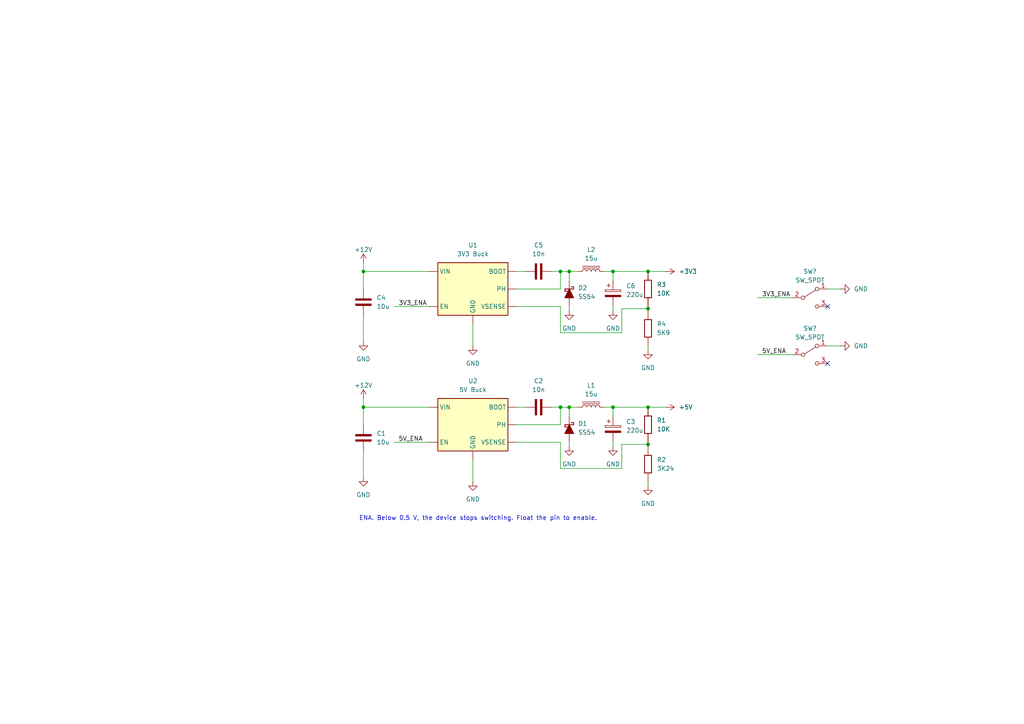
<source format=kicad_sch>
(kicad_sch (version 20230121) (generator eeschema)
  (paper "A4")
  (lib_symbols
    (symbol "Switch:SW_SPDT" (pin_names (offset 0) hide)
      (property "Reference" "SW" (at 0 4.318 0))
      (property "Value" "SW_SPDT" (at 0 -5.08 0))
      (symbol "SW_SPDT_0_0"
        (circle (center -2.032 0) (radius 0.508))
        (circle (center 2.032 -2.54) (radius 0.508))
      )
      (symbol "SW_SPDT_0_1"
        (polyline (pts (xy -1.524 0.254) (xy 1.651 2.286)))
        (circle (center 2.032 2.54) (radius 0.508))
      )
      (symbol "SW_SPDT_1_1"
        (pin passive line (at 5.08 2.54 180) (length 2.54) (name "A") (number "1"))
        (pin passive line (at -5.08 0 0) (length 2.54) (name "B") (number "2"))
        (pin passive line (at 5.08 -2.54 180) (length 2.54) (name "C") (number "3"))
      )
    )
    (symbol "power:+12V" (power) (pin_names (offset 0))
      (property "Value" "+12V" (at 0 3.556 0))
      (symbol "+12V_0_1"
        (polyline (pts (xy -0.762 1.27) (xy 0 2.54)))
        (polyline (pts (xy 0 0) (xy 0 2.54)))
        (polyline (pts (xy 0 2.54) (xy 0.762 1.27)))
      )
      (symbol "+12V_1_1"
        (pin power_in line (at 0 0 90) (length 0) hide (name "+12V") (number "1"))
      )
    )
    (symbol "power:+3V3" (power) (pin_names (offset 0))
      (property "Value" "+3V3" (at 0 3.556 0))
      (symbol "+3V3_0_1"
        (polyline (pts (xy -0.762 1.27) (xy 0 2.54)))
        (polyline (pts (xy 0 0) (xy 0 2.54)))
        (polyline (pts (xy 0 2.54) (xy 0.762 1.27)))
      )
      (symbol "+3V3_1_1"
        (pin power_in line (at 0 0 90) (length 0) hide (name "+3V3") (number "1"))
      )
    )
    (symbol "power:+5V" (power) (pin_names (offset 0))
      (property "Value" "+5V" (at 0 3.556 0))
      (symbol "+5V_0_1"
        (polyline (pts (xy -0.762 1.27) (xy 0 2.54)))
        (polyline (pts (xy 0 0) (xy 0 2.54)))
        (polyline (pts (xy 0 2.54) (xy 0.762 1.27)))
      )
      (symbol "+5V_1_1"
        (pin power_in line (at 0 0 90) (length 0) hide (name "+5V") (number "1"))
      )
    )
    (symbol "power:GND" (power) (pin_names (offset 0))
      (property "Value" "GND" (at 0 -3.81 0))
      (symbol "GND_0_1"
        (polyline (pts (xy 0 0) (xy 0 -1.27) (xy 1.27 -1.27) (xy 0 -2.54) (xy -1.27 -1.27) (xy 0 -1.27)))
      )
      (symbol "GND_1_1"
        (pin power_in line (at 0 0 270) (length 0) hide (name "GND") (number "1"))
      )
    )
    (symbol "vincent:C" (pin_numbers hide) (pin_names hide)
      (property "Reference" "C" (at 0 3.81 0))
      (property "Value" "C" (at 0 -3.81 0))
      (symbol "C_1_1"
        (rectangle (start -1.016 2.286) (end -0.508 -2.286) (fill (type outline)))
        (rectangle (start 0.508 2.286) (end 1.016 -2.286) (fill (type outline)))
        (pin passive line (at -3.81 0 0) (length 2.8) (name "~") (number "1"))
        (pin passive line (at 3.81 0 180) (length 2.8) (name "~") (number "2"))
      )
    )
    (symbol "vincent:C_Polarized"
      (property "Reference" "C" (at 0 3.81 0))
      (property "Value" "C_Polarized" (at 0 -3.81 0))
      (symbol "C_Polarized_0_1"
        (rectangle (start -1.016 2.286) (end -0.508 -2.286))
        (polyline (pts (xy -2.794 -1.27) (xy -1.778 -1.27)))
        (polyline (pts (xy -2.286 -1.778) (xy -2.286 -0.762)))
        (rectangle (start 0.508 2.286) (end 1.016 -2.286) (fill (type outline)))
      )
      (symbol "C_Polarized_1_1"
        (pin passive line (at -3.81 0 0) (length 2.8) (name "~") (number "1"))
        (pin passive line (at 3.81 0 180) (length 2.8) (name "~") (number "2"))
      )
    )
    (symbol "vincent:D_Schotty" (pin_numbers hide) (pin_names hide)
      (property "Reference" "D" (at 0 2.54 0))
      (property "Value" "D_Schotty" (at 0 -2.54 0))
      (symbol "D_Schotty_0_1"
        (polyline (pts (xy 1.27 0) (xy -1.27 0)))
        (polyline (pts (xy 1.27 1.27) (xy 1.27 -1.27) (xy -1.27 0) (xy 1.27 1.27)) (stroke (width 0.254)) (fill (type outline)))
        (polyline (pts (xy -1.905 0.635) (xy -1.905 1.27) (xy -1.27 1.27) (xy -1.27 -1.27) (xy -0.635 -1.27) (xy -0.635 -0.635)) (stroke (width 0.254)))
      )
      (symbol "D_Schotty_1_1"
        (pin passive line (at -3.81 0 0) (length 2.54) (name "~") (number "1"))
        (pin passive line (at 3.81 0 180) (length 2.54) (name "~") (number "2"))
      )
    )
    (symbol "vincent:L_Iron" (pin_numbers hide) (pin_names (offset 1.016) hide)
      (property "Reference" "L" (at -1.27 0 90))
      (property "Value" "L_Iron" (at 2.794 0 90))
      (symbol "L_Iron_0_1"
        (arc (start 0 -2.54) (mid 0.6323 -1.905) (end 0 -1.27))
        (arc (start 0 -1.27) (mid 0.6323 -0.635) (end 0 0))
        (polyline (pts (xy 1.016 2.54) (xy 1.016 -2.54)))
        (polyline (pts (xy 1.524 -2.54) (xy 1.524 2.54)))
        (arc (start 0 0) (mid 0.6323 0.635) (end 0 1.27))
        (arc (start 0 1.27) (mid 0.6323 1.905) (end 0 2.54))
      )
      (symbol "L_Iron_1_1"
        (pin passive line (at 0 3.81 270) (length 1.27) (name "1") (number "1"))
        (pin passive line (at 0 -3.81 90) (length 1.27) (name "2") (number "2"))
      )
    )
    (symbol "vincent:R" (pin_numbers hide) (pin_names hide)
      (property "Reference" "R" (at 0 2.54 0))
      (property "Value" "Resistor" (at 0 -2.54 0))
      (symbol "R_0_1"
        (rectangle (start 2.54 -1.016) (end -2.54 1.016) (stroke (width 0.254)))
      )
      (symbol "R_1_1"
        (pin passive line (at -5.08 0 0) (length 2.54) (name "~") (number "1"))
        (pin passive line (at 5.08 0 180) (length 2.54) (name "~") (number "2"))
      )
    )
    (symbol "vincent:TPS5430" (pin_numbers hide)
      (property "Reference" "U" (at -8.89 6.35 0))
      (property "Value" "TPS5430" (at -6.35 -11.43 0))
      (symbol "TPS5430_0_1"
        (rectangle (start -10.16 5.08) (end 10.16 -10.16) (stroke (width 0.254)) (fill (type background)))
      )
      (symbol "TPS5430_1_1"
        (pin input line (at 12.7 2.54 180) (length 2.54) (name "BOOT") (number "1"))
        (pin no_connect line (at -10.16 0 0) (length 2.54) hide (name "NC") (number "2"))
        (pin no_connect line (at -10.16 -5.08 0) (length 2.54) hide (name "NC") (number "3"))
        (pin input line (at 12.7 -7.62 180) (length 2.54) (name "VSENSE") (number "4"))
        (pin input line (at -12.7 -7.62 0) (length 2.54) (name "EN") (number "5"))
        (pin power_in line (at 0 -12.7 90) (length 2.54) (name "GND") (number "6,9"))
        (pin power_in line (at -12.7 2.54 0) (length 2.54) (name "VIN") (number "7"))
        (pin output line (at 12.7 -2.54 180) (length 2.54) (name "PH") (number "8"))
      )
    )
  )
  (junction (at 162.56 78.74))
  (junction (at 165.1 78.74))
  (junction (at 105.41 78.74))
  (junction (at 187.96 89.535))
  (junction (at 177.8 78.74))
  (junction (at 187.96 118.11))
  (junction (at 162.56 118.11))
  (junction (at 187.96 128.905))
  (junction (at 187.96 78.74))
  (junction (at 165.1 118.11))
  (junction (at 177.8 118.11))
  (junction (at 105.41 118.11))
  (no_connect (at 240.03 105.41))
  (no_connect (at 240.03 88.9))
  (wire (pts (xy 114.3 128.27) (xy 124.46 128.27)))
  (wire (pts (xy 187.96 89.535) (xy 187.96 90.17)))
  (wire (pts (xy 137.16 100.33) (xy 137.16 93.98)))
  (wire (pts (xy 105.41 118.11) (xy 124.46 118.11)))
  (wire (pts (xy 165.1 128.27) (xy 165.1 129.54)))
  (wire (pts (xy 187.96 118.11) (xy 193.04 118.11)))
  (wire (pts (xy 165.1 78.74) (xy 167.64 78.74)))
  (wire (pts (xy 160.02 118.11) (xy 162.56 118.11)))
  (wire (pts (xy 105.41 118.11) (xy 105.41 115.57)))
  (wire (pts (xy 165.1 118.11) (xy 165.1 120.65)))
  (wire (pts (xy 180.34 128.905) (xy 187.96 128.905)))
  (wire (pts (xy 105.41 91.44) (xy 105.41 99.06)))
  (wire (pts (xy 177.8 88.9) (xy 177.8 90.17)))
  (wire (pts (xy 177.8 78.74) (xy 177.8 81.28)))
  (wire (pts (xy 165.1 78.74) (xy 165.1 81.28)))
  (wire (pts (xy 162.56 78.74) (xy 165.1 78.74)))
  (wire (pts (xy 162.56 118.11) (xy 162.56 123.19)))
  (wire (pts (xy 175.26 78.74) (xy 177.8 78.74)))
  (wire (pts (xy 162.56 123.19) (xy 149.86 123.19)))
  (wire (pts (xy 162.56 83.82) (xy 149.86 83.82)))
  (wire (pts (xy 187.96 78.74) (xy 193.04 78.74)))
  (wire (pts (xy 105.41 78.74) (xy 124.46 78.74)))
  (wire (pts (xy 180.34 96.52) (xy 180.34 89.535)))
  (wire (pts (xy 175.26 118.11) (xy 177.8 118.11)))
  (wire (pts (xy 162.56 88.9) (xy 162.56 96.52)))
  (wire (pts (xy 187.96 100.33) (xy 187.96 101.6)))
  (wire (pts (xy 149.86 128.27) (xy 162.56 128.27)))
  (wire (pts (xy 105.41 78.74) (xy 105.41 76.2)))
  (wire (pts (xy 137.16 139.7) (xy 137.16 133.35)))
  (wire (pts (xy 105.41 118.11) (xy 105.41 123.19)))
  (wire (pts (xy 105.41 78.74) (xy 105.41 83.82)))
  (wire (pts (xy 187.96 128.905) (xy 187.96 129.54)))
  (wire (pts (xy 177.8 78.74) (xy 187.96 78.74)))
  (wire (pts (xy 187.96 128.905) (xy 187.96 128.27)))
  (wire (pts (xy 177.8 118.11) (xy 187.96 118.11)))
  (wire (pts (xy 149.86 118.11) (xy 152.4 118.11)))
  (wire (pts (xy 165.1 118.11) (xy 167.64 118.11)))
  (wire (pts (xy 240.03 83.82) (xy 243.84 83.82)))
  (wire (pts (xy 219.71 86.36) (xy 229.87 86.36)))
  (wire (pts (xy 187.96 89.535) (xy 187.96 88.9)))
  (wire (pts (xy 105.41 130.81) (xy 105.41 138.43)))
  (wire (pts (xy 187.96 139.7) (xy 187.96 140.97)))
  (wire (pts (xy 149.86 78.74) (xy 152.4 78.74)))
  (wire (pts (xy 165.1 88.9) (xy 165.1 90.17)))
  (wire (pts (xy 240.03 100.33) (xy 243.84 100.33)))
  (wire (pts (xy 149.86 88.9) (xy 162.56 88.9)))
  (wire (pts (xy 162.56 135.89) (xy 180.34 135.89)))
  (wire (pts (xy 114.3 88.9) (xy 124.46 88.9)))
  (wire (pts (xy 180.34 135.89) (xy 180.34 128.905)))
  (wire (pts (xy 162.56 118.11) (xy 165.1 118.11)))
  (wire (pts (xy 162.56 96.52) (xy 180.34 96.52)))
  (wire (pts (xy 177.8 118.11) (xy 177.8 120.65)))
  (wire (pts (xy 177.8 128.27) (xy 177.8 129.54)))
  (wire (pts (xy 162.56 128.27) (xy 162.56 135.89)))
  (wire (pts (xy 160.02 78.74) (xy 162.56 78.74)))
  (wire (pts (xy 180.34 89.535) (xy 187.96 89.535)))
  (wire (pts (xy 219.71 102.87) (xy 229.87 102.87)))
  (wire (pts (xy 162.56 78.74) (xy 162.56 83.82)))
  (text "ENA. Below 0.5 V, the device stops switching. Float the pin to enable." (at 104.14 151.13 0) (effects (font (size 1.27 1.27)) (justify left bottom)))
  (label "3V3_ENA" (at 220.98 86.36 0))
  (label "5V_ENA" (at 115.57 128.27 0))
  (label "5V_ENA" (at 220.98 102.87 0))
  (label "3V3_ENA" (at 115.57 88.9 0))
  (symbol (lib_id "Switch:SW_SPDT") (at 234.95 86.36 0) (unit 1)
    (property "Reference" "SW?" (at 234.95 78.74 0))
    (property "Value" "SW_SPDT" (at 234.95 81.28 0))
  )
  (symbol (lib_id "power:GND") (at 187.96 140.97 0) (unit 1)
    (property "Reference" "#PWR053" (effects hide))
    (property "Value" "GND" (at 187.96 146.05 0))
    (instances (project "2024l1" (path "" (reference "#PWR053") (unit 1)) (path "" (reference "#PWR052") (unit 1))) (project "2023l1-int" (path "" (reference "#PWR034") (unit 1))) (project "buck" (path "" (reference "#PWR06") (unit 1))))
  )
  (symbol (lib_id "power:+5V") (at 193.04 118.11 270) (unit 1)
    (property "Reference" "#PWR054" (effects hide))
    (property "Value" "+5V" (at 196.85 118.1099 90) (effects (justify left)))
  )
  (symbol (lib_id "vincent:R") (at 187.96 83.82 90) (unit 1)
    (property "Reference" "R3" (at 190.5 82.5499 90) (effects (justify right)))
    (property "Value" "10K" (at 190.5 85.0899 90) (effects (justify right)))
    (instances (project "2024l1" (path "" (reference "R3") (unit 1)) (path "" (reference "R?") (unit 1))))
  )
  (symbol (lib_id "power:GND") (at 165.1 129.54 0) (unit 1)
    (property "Reference" "#PWR046" (effects hide))
    (property "Value" "GND" (at 165.1 134.62 0))
    (instances (project "2024l1" (path "" (reference "#PWR046") (unit 1)) (path "" (reference "#PWR048") (unit 1))) (project "2023l1-int" (path "" (reference "#PWR031") (unit 1))) (project "buck" (path "" (reference "#PWR03") (unit 1))))
  )
  (symbol (lib_id "power:+12V") (at 105.41 115.57 0) (unit 1)
    (property "Reference" "#PWR043" (effects hide))
    (property "Value" "+12V" (at 105.41 111.76 0))
    (instances (project "2024l1" (path "" (reference "#PWR043") (unit 1)) (path "" (reference "#PWR043") (unit 1))) (project "2023l1-int" (path "" (reference "#PWR024") (unit 1))) (project "buck" (path "" (reference "#PWR01") (unit 1))))
  )
  (symbol (lib_id "power:GND") (at 187.96 101.6 0) (unit 1)
    (property "Reference" "#PWR042" (effects hide))
    (property "Value" "GND" (at 187.96 106.68 0))
    (instances (project "2024l1" (path "" (reference "#PWR042") (unit 1)) (path "" (reference "#PWR051") (unit 1))) (project "2023l1-int" (path "" (reference "#PWR034") (unit 1))) (project "buck" (path "" (reference "#PWR06") (unit 1))))
  )
  (symbol (lib_id "vincent:R") (at 187.96 134.62 90) (unit 1)
    (property "Reference" "R2" (at 190.5 133.3499 90) (effects (justify right)))
    (property "Value" "3K24" (at 190.5 135.8899 90) (effects (justify right)))
    (instances (project "2024l1" (path "" (reference "R2") (unit 1)) (path "" (reference "R?") (unit 1))))
  )
  (symbol (lib_id "vincent:D_Schotty") (at 165.1 85.09 270) (unit 1)
    (property "Reference" "D2" (at 167.64 83.5024 90) (effects (justify left)))
    (property "Value" "SS54" (at 167.64 86.0424 90) (effects (justify left)))
    (instances (project "2024l1" (path "" (reference "D2") (unit 1)) (path "" (reference "D?") (unit 1))))
  )
  (symbol (lib_id "power:GND") (at 177.8 90.17 0) (unit 1)
    (property "Reference" "#PWR052" (effects hide))
    (property "Value" "GND" (at 177.8 95.25 0))
    (instances (project "2024l1" (path "" (reference "#PWR052") (unit 1)) (path "" (reference "#PWR049") (unit 1))) (project "2023l1-int" (path "" (reference "#PWR032") (unit 1))) (project "buck" (path "" (reference "#PWR04") (unit 1))))
  )
  (symbol (lib_id "power:+12V") (at 105.41 76.2 0) (unit 1)
    (property "Reference" "#PWR048" (effects hide))
    (property "Value" "+12V" (at 105.41 72.39 0))
    (instances (project "2024l1" (path "" (reference "#PWR048") (unit 1)) (path "" (reference "#PWR041") (unit 1))) (project "2023l1-int" (path "" (reference "#PWR024") (unit 1))) (project "buck" (path "" (reference "#PWR01") (unit 1))))
  )
  (symbol (lib_id "power:GND") (at 243.84 100.33 90) (unit 1)
    (property "Reference" "#PWR078" (effects hide))
    (property "Value" "GND" (at 247.65 100.3299 90) (effects (justify right)))
  )
  (symbol (lib_id "vincent:L_Iron") (at 171.45 78.74 90) (unit 1)
    (property "Reference" "L2" (at 171.45 72.39 90))
    (property "Value" "15u" (at 171.45 74.93 90))
    (instances (project "2024l1" (path "" (reference "L2") (unit 1)) (path "" (reference "L?") (unit 1))))
  )
  (symbol (lib_id "vincent:R") (at 187.96 95.25 90) (unit 1)
    (property "Reference" "R4" (at 190.5 93.9799 90) (effects (justify right)))
    (property "Value" "5K9" (at 190.5 96.5199 90) (effects (justify right)))
    (instances (project "2024l1" (path "" (reference "R4") (unit 1)) (path "" (reference "R?") (unit 1))))
  )
  (symbol (lib_id "vincent:L_Iron") (at 171.45 118.11 90) (unit 1)
    (property "Reference" "L1" (at 171.45 111.76 90))
    (property "Value" "15u" (at 171.45 114.3 90))
    (instances (project "2024l1" (path "" (reference "L1") (unit 1)) (path "" (reference "L?") (unit 1))))
  )
  (symbol (lib_id "vincent:C") (at 156.21 78.74 0) (unit 1)
    (property "Reference" "C5" (at 156.21 71.12 0))
    (property "Value" "10n" (at 156.21 73.66 0))
    (instances (project "2024l1" (path "" (reference "C5") (unit 1)) (path "" (reference "C?") (unit 1))))
  )
  (symbol (lib_id "vincent:TPS5430") (at 137.16 81.28 0) (unit 1)
    (property "Reference" "U1" (at 137.16 71.12 0))
    (property "Value" "3V3 Buck" (at 137.16 73.66 0))
    (instances (project "2024l1" (path "" (reference "U1") (unit 1)) (path "" (reference "U?") (unit 1))))
  )
  (symbol (lib_id "vincent:C") (at 105.41 127 90) (unit 1)
    (property "Reference" "C1" (at 109.22 125.7299 90) (effects (justify right)))
    (property "Value" "10u" (at 109.22 128.2699 90) (effects (justify right)))
    (instances (project "2024l1" (path "" (reference "C1") (unit 1)) (path "" (reference "C?") (unit 1))))
  )
  (symbol (lib_id "vincent:C") (at 105.41 87.63 90) (unit 1)
    (property "Reference" "C4" (at 109.22 86.3599 90) (effects (justify right)))
    (property "Value" "10u" (at 109.22 88.8999 90) (effects (justify right)))
    (instances (project "2024l1" (path "" (reference "C4") (unit 1)) (path "" (reference "C?") (unit 1))))
  )
  (symbol (lib_id "power:GND") (at 105.41 99.06 0) (unit 1)
    (property "Reference" "#PWR049" (effects hide))
    (property "Value" "GND" (at 105.41 104.14 0))
    (instances (project "2024l1" (path "" (reference "#PWR049") (unit 1)) (path "" (reference "#PWR042") (unit 1))) (project "2023l1-int" (path "" (reference "#PWR033") (unit 1))) (project "buck" (path "" (reference "#PWR05") (unit 1))))
  )
  (symbol (lib_id "vincent:C_Polarized") (at 177.8 85.09 270) (unit 1)
    (property "Reference" "C6" (at 181.61 82.9309 90) (effects (justify left)))
    (property "Value" "220u" (at 181.61 85.4709 90) (effects (justify left)))
    (instances (project "2024l1" (path "" (reference "C6") (unit 1)) (path "" (reference "C?") (unit 1))))
  )
  (symbol (lib_id "vincent:R") (at 187.96 123.19 90) (unit 1)
    (property "Reference" "R1" (at 190.5 121.9199 90) (effects (justify right)))
    (property "Value" "10K" (at 190.5 124.4599 90) (effects (justify right)))
    (instances (project "2024l1" (path "" (reference "R1") (unit 1)) (path "" (reference "R?") (unit 1))))
  )
  (symbol (lib_id "Switch:SW_SPDT") (at 234.95 102.87 0) (unit 1)
    (property "Reference" "SW?" (at 234.95 95.25 0))
    (property "Value" "SW_SPDT" (at 234.95 97.79 0))
  )
  (symbol (lib_id "power:GND") (at 137.16 100.33 0) (unit 1)
    (property "Reference" "#PWR050" (effects hide))
    (property "Value" "GND" (at 137.16 105.41 0))
    (instances (project "2024l1" (path "" (reference "#PWR050") (unit 1)) (path "" (reference "#PWR045") (unit 1))) (project "2023l1-int" (path "" (reference "#PWR034") (unit 1))) (project "buck" (path "" (reference "#PWR06") (unit 1))))
  )
  (symbol (lib_id "vincent:D_Schotty") (at 165.1 124.46 270) (unit 1)
    (property "Reference" "D1" (at 167.64 122.8724 90) (effects (justify left)))
    (property "Value" "SS54" (at 167.64 125.4124 90) (effects (justify left)))
    (instances (project "2024l1" (path "" (reference "D1") (unit 1)) (path "" (reference "D?") (unit 1))))
  )
  (symbol (lib_id "vincent:C_Polarized") (at 177.8 124.46 270) (unit 1)
    (property "Reference" "C3" (at 181.61 122.3009 90) (effects (justify left)))
    (property "Value" "220u" (at 181.61 124.8409 90) (effects (justify left)))
    (instances (project "2024l1" (path "" (reference "C3") (unit 1)) (path "" (reference "C?") (unit 1))))
  )
  (symbol (lib_id "power:+3V3") (at 193.04 78.74 270) (unit 1)
    (property "Reference" "#PWR041" (effects hide))
    (property "Value" "+3V3" (at 196.85 78.7399 90) (effects (justify left)))
    (instances (project "2024l1" (path "" (reference "#PWR041") (unit 1)) (path "" (reference "#PWR053") (unit 1))))
  )
  (symbol (lib_id "power:GND") (at 105.41 138.43 0) (unit 1)
    (property "Reference" "#PWR044" (effects hide))
    (property "Value" "GND" (at 105.41 143.51 0))
    (instances (project "2024l1" (path "" (reference "#PWR044") (unit 1)) (path "" (reference "#PWR044") (unit 1))) (project "2023l1-int" (path "" (reference "#PWR033") (unit 1))) (project "buck" (path "" (reference "#PWR05") (unit 1))))
  )
  (symbol (lib_id "power:GND") (at 177.8 129.54 0) (unit 1)
    (property "Reference" "#PWR047" (effects hide))
    (property "Value" "GND" (at 177.8 134.62 0))
    (instances (project "2024l1" (path "" (reference "#PWR047") (unit 1)) (path "" (reference "#PWR050") (unit 1))) (project "2023l1-int" (path "" (reference "#PWR032") (unit 1))) (project "buck" (path "" (reference "#PWR04") (unit 1))))
  )
  (symbol (lib_id "vincent:C") (at 156.21 118.11 0) (unit 1)
    (property "Reference" "C2" (at 156.21 110.49 0))
    (property "Value" "10n" (at 156.21 113.03 0))
    (instances (project "2024l1" (path "" (reference "C2") (unit 1)) (path "" (reference "C?") (unit 1))))
  )
  (symbol (lib_id "power:GND") (at 137.16 139.7 0) (unit 1)
    (property "Reference" "#PWR045" (effects hide))
    (property "Value" "GND" (at 137.16 144.78 0))
    (instances (project "2024l1" (path "" (reference "#PWR045") (unit 1)) (path "" (reference "#PWR046") (unit 1))) (project "2023l1-int" (path "" (reference "#PWR034") (unit 1))) (project "buck" (path "" (reference "#PWR06") (unit 1))))
  )
  (symbol (lib_id "power:GND") (at 165.1 90.17 0) (unit 1)
    (property "Reference" "#PWR051" (effects hide))
    (property "Value" "GND" (at 165.1 95.25 0))
    (instances (project "2024l1" (path "" (reference "#PWR051") (unit 1)) (path "" (reference "#PWR047") (unit 1))) (project "2023l1-int" (path "" (reference "#PWR031") (unit 1))) (project "buck" (path "" (reference "#PWR03") (unit 1))))
  )
  (symbol (lib_id "power:GND") (at 243.84 83.82 90) (unit 1)
    (property "Reference" "#PWR077" (effects hide))
    (property "Value" "GND" (at 247.65 83.8199 90) (effects (justify right)))
  )
  (symbol (lib_id "vincent:TPS5430") (at 137.16 120.65 0) (unit 1)
    (property "Reference" "U2" (at 137.16 110.49 0))
    (property "Value" "5V Buck" (at 137.16 113.03 0))
    (instances (project "2024l1" (path "" (reference "U2") (unit 1)) (path "" (reference "U?") (unit 1))))
  )
)
</source>
